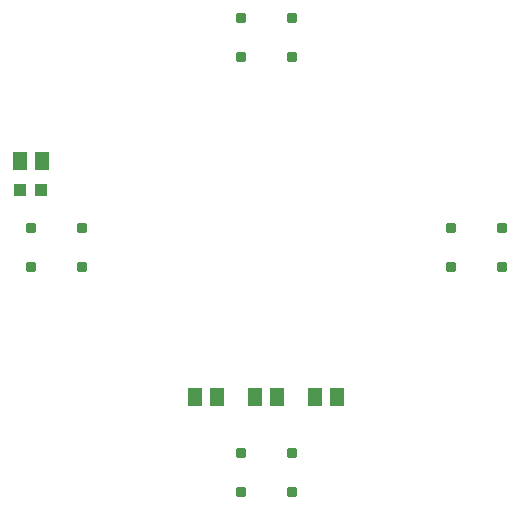
<source format=gbr>
G04 EAGLE Gerber RS-274X export*
G75*
%MOMM*%
%FSLAX34Y34*%
%LPD*%
%INSolderpaste Top*%
%IPPOS*%
%AMOC8*
5,1,8,0,0,1.08239X$1,22.5*%
G01*
%ADD10R,1.300000X1.500000*%
%ADD11R,1.100000X1.000000*%
%ADD12C,0.450000*%


D10*
X134747Y313868D03*
X153747Y313868D03*
D11*
X135112Y289433D03*
X152112Y289433D03*
D12*
X319150Y65050D02*
X323650Y65050D01*
X319150Y65050D02*
X319150Y69550D01*
X323650Y69550D01*
X323650Y65050D01*
X323650Y69325D02*
X319150Y69325D01*
X319150Y32050D02*
X323650Y32050D01*
X319150Y32050D02*
X319150Y36550D01*
X323650Y36550D01*
X323650Y32050D01*
X323650Y36325D02*
X319150Y36325D01*
X362150Y65050D02*
X366650Y65050D01*
X362150Y65050D02*
X362150Y69550D01*
X366650Y69550D01*
X366650Y65050D01*
X366650Y69325D02*
X362150Y69325D01*
X362150Y32050D02*
X366650Y32050D01*
X362150Y32050D02*
X362150Y36550D01*
X366650Y36550D01*
X366650Y32050D01*
X366650Y36325D02*
X362150Y36325D01*
X145850Y255550D02*
X141350Y255550D01*
X141350Y260050D01*
X145850Y260050D01*
X145850Y255550D01*
X145850Y259825D02*
X141350Y259825D01*
X141350Y222550D02*
X145850Y222550D01*
X141350Y222550D02*
X141350Y227050D01*
X145850Y227050D01*
X145850Y222550D01*
X145850Y226825D02*
X141350Y226825D01*
X184350Y255550D02*
X188850Y255550D01*
X184350Y255550D02*
X184350Y260050D01*
X188850Y260050D01*
X188850Y255550D01*
X188850Y259825D02*
X184350Y259825D01*
X184350Y222550D02*
X188850Y222550D01*
X184350Y222550D02*
X184350Y227050D01*
X188850Y227050D01*
X188850Y222550D01*
X188850Y226825D02*
X184350Y226825D01*
X319150Y433350D02*
X323650Y433350D01*
X319150Y433350D02*
X319150Y437850D01*
X323650Y437850D01*
X323650Y433350D01*
X323650Y437625D02*
X319150Y437625D01*
X319150Y400350D02*
X323650Y400350D01*
X319150Y400350D02*
X319150Y404850D01*
X323650Y404850D01*
X323650Y400350D01*
X323650Y404625D02*
X319150Y404625D01*
X362150Y433350D02*
X366650Y433350D01*
X362150Y433350D02*
X362150Y437850D01*
X366650Y437850D01*
X366650Y433350D01*
X366650Y437625D02*
X362150Y437625D01*
X362150Y400350D02*
X366650Y400350D01*
X362150Y400350D02*
X362150Y404850D01*
X366650Y404850D01*
X366650Y400350D01*
X366650Y404625D02*
X362150Y404625D01*
X496950Y255550D02*
X501450Y255550D01*
X496950Y255550D02*
X496950Y260050D01*
X501450Y260050D01*
X501450Y255550D01*
X501450Y259825D02*
X496950Y259825D01*
X496950Y222550D02*
X501450Y222550D01*
X496950Y222550D02*
X496950Y227050D01*
X501450Y227050D01*
X501450Y222550D01*
X501450Y226825D02*
X496950Y226825D01*
X539950Y255550D02*
X544450Y255550D01*
X539950Y255550D02*
X539950Y260050D01*
X544450Y260050D01*
X544450Y255550D01*
X544450Y259825D02*
X539950Y259825D01*
X539950Y222550D02*
X544450Y222550D01*
X539950Y222550D02*
X539950Y227050D01*
X544450Y227050D01*
X544450Y222550D01*
X544450Y226825D02*
X539950Y226825D01*
D10*
X282600Y114300D03*
X301600Y114300D03*
X333400Y114300D03*
X352400Y114300D03*
X384200Y114300D03*
X403200Y114300D03*
M02*

</source>
